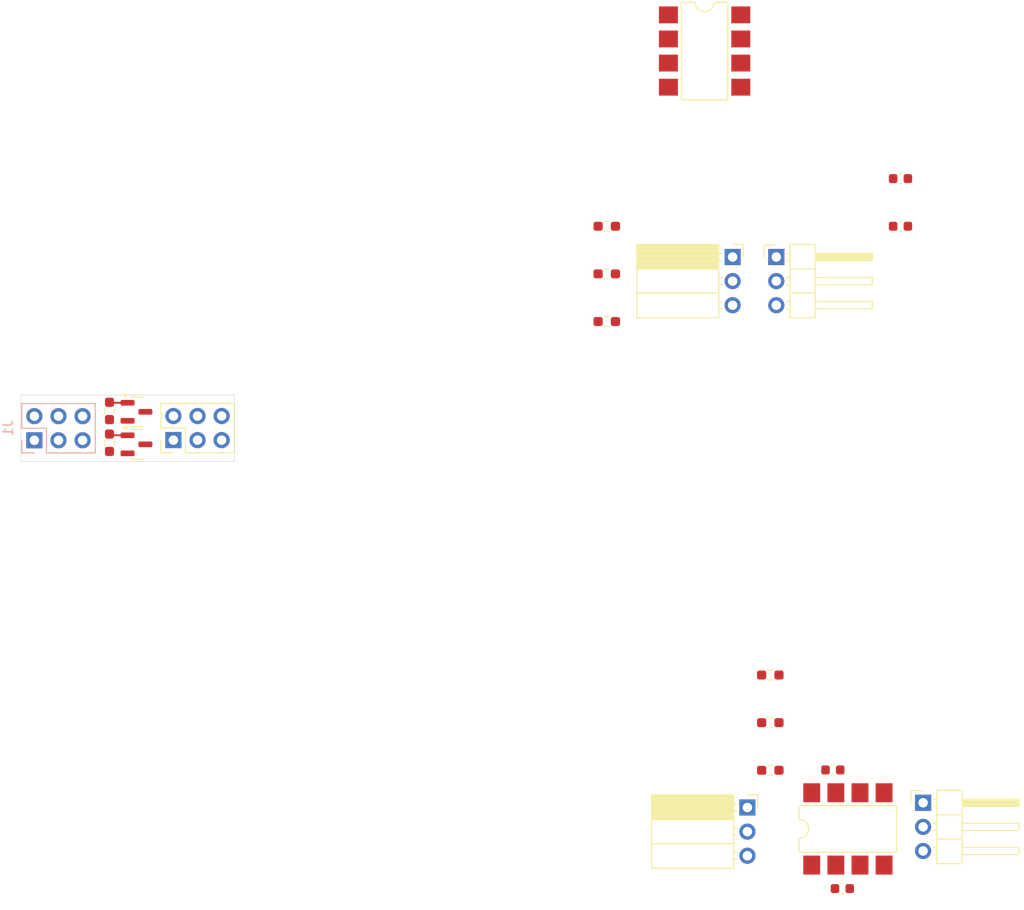
<source format=kicad_pcb>
(kicad_pcb (version 20240108) (generator "pcbnew") (generator_version "8.0")
  (layers (0 "F.Cu" signal) (31 "B.Cu" signal) (34 "B.Paste" user) (35 "F.Paste" user) (36 "B.SilkS" user "B.Silkscreen") (37 "F.SilkS" user "F.Silkscreen") (38 "B.Mask" user) (39 "F.Mask" user) (44 "Edge.Cuts" user))
  (net 0 "")
  (net 1 "GND")
  (net 2 "+5V")
  (net 3 "Net-(J1-Pin_2)")
  (net 4 "Net-(J1-Pin_1)")
  (net 5 "Net-(J2-Pin_1)")
  (net 6 "Net-(J2-Pin_2)")
  (net 7 "Net-(J3-Pin_1)")
  (net 8 "Net-(J4-Pin_1)")
  (net 9 "Net-(J5-Pin_3)")
  (net 10 "Net-(J6-Pin_3)")
  (net 11 "Net-(Q1-B)")
  (net 12 "Net-(Q2-B)")
  (net 13 "Net-(U1-EN)")
  (net 14 "Net-(U2-EN)")
  (footprint "custom_kicad_lib_sk:R_0603_smalltext" (layer "F.Cu") (at 36.83 95.5275 90)
    (property "Reference" "R1" (hide yes))
    (property "Value" "1k5")
    (fp_line (start -0.254724 -0.5225) (end 0.254724 -0.5225) (stroke (width 0.12)) (layer "F.SilkS"))
    (fp_line (start -0.254724 0.5225) (end 0.254724 0.5225) (stroke (width 0.12)) (layer "F.SilkS"))
    (pad "1" smd roundrect (at -0.9125 0 90) (size 0.975 0.95) (layers "F.Cu" "F.Paste" "F.Mask") (net 4 "Net-(J1-Pin_1)"))
    (pad "2" smd roundrect (at 0.9125 0 90) (size 0.975 0.95) (layers "F.Cu" "F.Paste" "F.Mask") (net 11 "Net-(Q1-B)"))
  )
  (footprint "Connector_PinSocket_2.54mm:PinSocket_1x03_P2.54mm_Horizontal" (layer "F.Cu") (at 102.4425 75.96)
    (property "Reference" "J4" (hide yes))
    (property "Value" "Conn_01x03_Pin")
    (fp_line (start -10.09 -1.33) (end -10.09 6.41) (stroke (width 0.12)) (layer "F.SilkS"))
    (fp_line (start -10.09 -1.33) (end -1.46 -1.33) (stroke (width 0.12)) (layer "F.SilkS"))
    (fp_line (start -10.09 -1.21) (end -1.46 -1.21) (stroke (width 0.12)) (layer "F.SilkS"))
    (fp_line (start -10.09 -1.091905) (end -1.46 -1.091905) (stroke (width 0.12)) (layer "F.SilkS"))
    (fp_line (start -10.09 -0.97381) (end -1.46 -0.97381) (stroke (width 0.12)) (layer "F.SilkS"))
    (fp_line (start -10.09 -0.855715) (end -1.46 -0.855715) (stroke (width 0.12)) (layer "F.SilkS"))
    (fp_line (start -10.09 -0.73762) (end -1.46 -0.73762) (stroke (width 0.12)) (layer "F.SilkS"))
    (fp_line (start -10.09 -0.619525) (end -1.46 -0.619525) (stroke (width 0.12)) (layer "F.SilkS"))
    (fp_line (start -10.09 -0.50143) (end -1.46 -0.50143) (stroke (width 0.12)) (layer "F.SilkS"))
    (fp_line (start -10.09 -0.383335) (end -1.46 -0.383335) (stroke (width 0.12)) (layer "F.SilkS"))
    (fp_line (start -10.09 -0.26524) (end -1.46 -0.26524) (stroke (width 0.12)) (layer "F.SilkS"))
    (fp_line (start -10.09 -0.147145) (end -1.46 -0.147145) (stroke (width 0.12)) (layer "F.SilkS"))
    (fp_line (start -10.09 -0.02905) (end -1.46 -0.02905) (stroke (width 0.12)) (layer "F.SilkS"))
    (fp_line (start -10.09 0.089045) (end -1.46 0.089045) (stroke (width 0.12)) (layer "F.SilkS"))
    (fp_line (start -10.09 0.20714) (end -1.46 0.20714) (stroke (width 0.12)) (layer "F.SilkS"))
    (fp_line (start -10.09 0.325235) (end -1.46 0.325235) (stroke (width 0.12)) (layer "F.SilkS"))
    (fp_line (start -10.09 0.44333) (end -1.46 0.44333) (stroke (width 0.12)) (layer "F.SilkS"))
    (fp_line (start -10.09 0.561425) (end -1.46 0.561425) (stroke (width 0.12)) (layer "F.SilkS"))
    (fp_line (start -10.09 0.67952) (end -1.46 0.67952) (stroke (width 0.12)) (layer "F.SilkS"))
    (fp_line (start -10.09 0.797615) (end -1.46 0.797615) (stroke (width 0.12)) (layer "F.SilkS"))
    (fp_line (start -10.09 0.91571) (end -1.46 0.91571) (stroke (width 0.12)) (layer "F.SilkS"))
    (fp_line (start -10.09 1.033805) (end -1.46 1.033805) (stroke (width 0.12)) (layer "F.SilkS"))
    (fp_line (start -10.09 1.1519) (end -1.46 1.1519) (stroke (width 0.12)) (layer "F.SilkS"))
    (fp_line (start -10.09 1.27) (end -1.46 1.27) (stroke (width 0.12)) (layer "F.SilkS"))
    (fp_line (start -10.09 3.81) (end -1.46 3.81) (stroke (width 0.12)) (layer "F.SilkS"))
    (fp_line (start -10.09 6.41) (end -1.46 6.41) (stroke (width 0.12)) (layer "F.SilkS"))
    (fp_line (start -1.46 -1.33) (end -1.46 6.41) (stroke (width 0.12)) (layer "F.SilkS"))
    (fp_line (start -1.46 -0.36) (end -1.11 -0.36) (stroke (width 0.12)) (layer "F.SilkS"))
    (fp_line (start -1.46 0.36) (end -1.11 0.36) (stroke (width 0.12)) (layer "F.SilkS"))
    (fp_line (start -1.46 2.18) (end -1.05 2.18) (stroke (width 0.12)) (layer "F.SilkS"))
    (fp_line (start -1.46 2.9) (end -1.05 2.9) (stroke (width 0.12)) (layer "F.SilkS"))
    (fp_line (start -1.46 4.72) (end -1.05 4.72) (stroke (width 0.12)) (layer "F.SilkS"))
    (fp_line (start -1.46 5.44) (end -1.05 5.44) (stroke (width 0.12)) (layer "F.SilkS"))
    (fp_line (start 0 -1.33) (end 1.11 -1.33) (stroke (width 0.12)) (layer "F.SilkS"))
    (fp_line (start 1.11 -1.33) (end 1.11 0) (stroke (width 0.12)) (layer "F.SilkS"))
    (pad "1" thru_hole rect (at 0 0) (size 1.7 1.7) (drill 1) (layers "*.Cu" "*.Mask") (net 8 "Net-(J4-Pin_1)"))
    (pad "2" thru_hole oval (at 0 2.54) (size 1.7 1.7) (drill 1) (layers "*.Cu" "*.Mask") (net 2 "+5V"))
    (pad "3" thru_hole oval (at 0 5.08) (size 1.7 1.7) (drill 1) (layers "*.Cu" "*.Mask") (net 1 "GND"))
  )
  (footprint "Capacitor_SMD:C_0603_1608Metric" (layer "F.Cu") (at 120.1225 72.72)
    (property "Reference" "C4" (hide yes))
    (property "Value" "100nF")
    (fp_line (start -0.14058 -0.51) (end 0.14058 -0.51) (stroke (width 0.12)) (layer "F.SilkS"))
    (fp_line (start -0.14058 0.51) (end 0.14058 0.51) (stroke (width 0.12)) (layer "F.SilkS"))
    (pad "1" smd roundrect (at -0.775 0) (size 0.9 0.95) (layers "F.Cu" "F.Paste" "F.Mask") (net 2 "+5V"))
    (pad "2" smd roundrect (at 0.775 0) (size 0.9 0.95) (layers "F.Cu" "F.Paste" "F.Mask") (net 1 "GND"))
  )
  (footprint "Capacitor_SMD:C_0603_1608Metric" (layer "F.Cu") (at 113 130)
    (property "Reference" "C1" (hide yes))
    (property "Value" "100nF")
    (fp_line (start -0.14058 -0.51) (end 0.14058 -0.51) (stroke (width 0.12)) (layer "F.SilkS"))
    (fp_line (start -0.14058 0.51) (end 0.14058 0.51) (stroke (width 0.12)) (layer "F.SilkS"))
    (pad "1" smd roundrect (at -0.775 0) (size 0.9 0.95) (layers "F.Cu" "F.Paste" "F.Mask") (net 2 "+5V"))
    (pad "2" smd roundrect (at 0.775 0) (size 0.9 0.95) (layers "F.Cu" "F.Paste" "F.Mask") (net 1 "GND"))
  )
  (footprint "custom_kicad_lib_sk:R_0603_smalltext" (layer "F.Cu") (at 36.83 92.1785 90)
    (property "Reference" "R2" (hide yes))
    (property "Value" "1k5")
    (fp_line (start -0.254724 -0.5225) (end 0.254724 -0.5225) (stroke (width 0.12)) (layer "F.SilkS"))
    (fp_line (start -0.254724 0.5225) (end 0.254724 0.5225) (stroke (width 0.12)) (layer "F.SilkS"))
    (pad "1" smd roundrect (at -0.9125 0 90) (size 0.975 0.95) (layers "F.Cu" "F.Paste" "F.Mask") (net 3 "Net-(J1-Pin_2)"))
    (pad "2" smd roundrect (at 0.9125 0 90) (size 0.975 0.95) (layers "F.Cu" "F.Paste" "F.Mask") (net 12 "Net-(Q2-B)"))
  )
  (footprint "custom_kicad_lib_sk:R_0603_smalltext" (layer "F.Cu") (at 106.4125 125.02)
    (property "Reference" "R5" (hide yes))
    (property "Value" "10k")
    (fp_line (start -0.254724 -0.5225) (end 0.254724 -0.5225) (stroke (width 0.12)) (layer "F.SilkS"))
    (fp_line (start -0.254724 0.5225) (end 0.254724 0.5225) (stroke (width 0.12)) (layer "F.SilkS"))
    (pad "1" smd roundrect (at -0.9125 0) (size 0.975 0.95) (layers "F.Cu" "F.Paste" "F.Mask") (net 2 "+5V"))
    (pad "2" smd roundrect (at 0.9125 0) (size 0.975 0.95) (layers "F.Cu" "F.Paste" "F.Mask") (net 13 "Net-(U1-EN)"))
  )
  (footprint "Capacitor_SMD:C_0603_1608Metric" (layer "F.Cu") (at 120.1225 67.7)
    (property "Reference" "C2" (hide yes))
    (property "Value" "100nF")
    (fp_line (start -0.14058 -0.51) (end 0.14058 -0.51) (stroke (width 0.12)) (layer "F.SilkS"))
    (fp_line (start -0.14058 0.51) (end 0.14058 0.51) (stroke (width 0.12)) (layer "F.SilkS"))
    (pad "1" smd roundrect (at -0.775 0) (size 0.9 0.95) (layers "F.Cu" "F.Paste" "F.Mask") (net 2 "+5V"))
    (pad "2" smd roundrect (at 0.775 0) (size 0.9 0.95) (layers "F.Cu" "F.Paste" "F.Mask") (net 1 "GND"))
  )
  (footprint "Connector_PinHeader_2.54mm:PinHeader_1x03_P2.54mm_Horizontal" (layer "F.Cu") (at 107.0425 75.96)
    (property "Reference" "J6" (hide yes))
    (property "Value" "Conn_01x03_Pin")
    (fp_line (start -1.27 -1.27) (end 0 -1.27) (stroke (width 0.12)) (layer "F.SilkS"))
    (fp_line (start -1.27 0) (end -1.27 -1.27) (stroke (width 0.12)) (layer "F.SilkS"))
    (fp_line (start 1.042929 2.16) (end 1.44 2.16) (stroke (width 0.12)) (layer "F.SilkS"))
    (fp_line (start 1.042929 2.92) (end 1.44 2.92) (stroke (width 0.12)) (layer "F.SilkS"))
    (fp_line (start 1.042929 4.7) (end 1.44 4.7) (stroke (width 0.12)) (layer "F.SilkS"))
    (fp_line (start 1.042929 5.46) (end 1.44 5.46) (stroke (width 0.12)) (layer "F.SilkS"))
    (fp_line (start 1.11 -0.38) (end 1.44 -0.38) (stroke (width 0.12)) (layer "F.SilkS"))
    (fp_line (start 1.11 0.38) (end 1.44 0.38) (stroke (width 0.12)) (layer "F.SilkS"))
    (fp_line (start 1.44 -1.33) (end 1.44 6.41) (stroke (width 0.12)) (layer "F.SilkS"))
    (fp_line (start 1.44 1.27) (end 4.1 1.27) (stroke (width 0.12)) (layer "F.SilkS"))
    (fp_line (start 1.44 3.81) (end 4.1 3.81) (stroke (width 0.12)) (layer "F.SilkS"))
    (fp_line (start 1.44 6.41) (end 4.1 6.41) (stroke (width 0.12)) (layer "F.SilkS"))
    (fp_line (start 4.1 -1.33) (end 1.44 -1.33) (stroke (width 0.12)) (layer "F.SilkS"))
    (fp_line (start 4.1 -0.38) (end 10.1 -0.38) (stroke (width 0.12)) (layer "F.SilkS"))
    (fp_line (start 4.1 -0.32) (end 10.1 -0.32) (stroke (width 0.12)) (layer "F.SilkS"))
    (fp_line (start 4.1 -0.2) (end 10.1 -0.2) (stroke (width 0.12)) (layer "F.SilkS"))
    (fp_line (start 4.1 -0.08) (end 10.1 -0.08) (stroke (width 0.12)) (layer "F.SilkS"))
    (fp_line (start 4.1 0.04) (end 10.1 0.04) (stroke (width 0.12)) (layer "F.SilkS"))
    (fp_line (start 4.1 0.16) (end 10.1 0.16) (stroke (width 0.12)) (layer "F.SilkS"))
    (fp_line (start 4.1 0.28) (end 10.1 0.28) (stroke (width 0.12)) (layer "F.SilkS"))
    (fp_line (start 4.1 2.16) (end 10.1 2.16) (stroke (width 0.12)) (layer "F.SilkS"))
    (fp_line (start 4.1 4.7) (end 10.1 4.7) (stroke (width 0.12)) (layer "F.SilkS"))
    (fp_line (start 4.1 6.41) (end 4.1 -1.33) (stroke (width 0.12)) (layer "F.SilkS"))
    (fp_line (start 10.1 -0.38) (end 10.1 0.38) (stroke (width 0.12)) (layer "F.SilkS"))
    (fp_line (start 10.1 0.38) (end 4.1 0.38) (stroke (width 0.12)) (layer "F.SilkS"))
    (fp_line (start 10.1 2.16) (end 10.1 2.92) (stroke (width 0.12)) (layer "F.SilkS"))
    (fp_line (start 10.1 2.92) (end 4.1 2.92) (stroke (width 0.12)) (layer "F.SilkS"))
    (fp_line (start 10.1 4.7) (end 10.1 5.46) (stroke (width 0.12)) (layer "F.SilkS"))
    (fp_line (start 10.1 5.46) (end 4.1 5.46) (stroke (width 0.12)) (layer "F.SilkS"))
    (pad "1" thru_hole rect (at 0 0) (size 1.7 1.7) (drill 1) (layers "*.Cu" "*.Mask") (net 1 "GND"))
    (pad "2" thru_hole oval (at 0 2.54) (size 1.7 1.7) (drill 1) (layers "*.Cu" "*.Mask") (net 2 "+5V"))
    (pad "3" thru_hole oval (at 0 5.08) (size 1.7 1.7) (drill 1) (layers "*.Cu" "*.Mask") (net 10 "Net-(J6-Pin_3)"))
  )
  (footprint "Connector_PinSocket_2.54mm:PinSocket_1x03_P2.54mm_Horizontal" (layer "F.Cu") (at 104 133.96)
    (property "Reference" "J3" (hide yes))
    (property "Value" "Conn_01x03_Pin")
    (fp_line (start -10.09 -1.33) (end -10.09 6.41) (stroke (width 0.12)) (layer "F.SilkS"))
    (fp_line (start -10.09 -1.33) (end -1.46 -1.33) (stroke (width 0.12)) (layer "F.SilkS"))
    (fp_line (start -10.09 -1.21) (end -1.46 -1.21) (stroke (width 0.12)) (layer "F.SilkS"))
    (fp_line (start -10.09 -1.091905) (end -1.46 -1.091905) (stroke (width 0.12)) (layer "F.SilkS"))
    (fp_line (start -10.09 -0.97381) (end -1.46 -0.97381) (stroke (width 0.12)) (layer "F.SilkS"))
    (fp_line (start -10.09 -0.855715) (end -1.46 -0.855715) (stroke (width 0.12)) (layer "F.SilkS"))
    (fp_line (start -10.09 -0.73762) (end -1.46 -0.73762) (stroke (width 0.12)) (layer "F.SilkS"))
    (fp_line (start -10.09 -0.619525) (end -1.46 -0.619525) (stroke (width 0.12)) (layer "F.SilkS"))
    (fp_line (start -10.09 -0.50143) (end -1.46 -0.50143) (stroke (width 0.12)) (layer "F.SilkS"))
    (fp_line (start -10.09 -0.383335) (end -1.46 -0.383335) (stroke (width 0.12)) (layer "F.SilkS"))
    (fp_line (start -10.09 -0.26524) (end -1.46 -0.26524) (stroke (width 0.12)) (layer "F.SilkS"))
    (fp_line (start -10.09 -0.147145) (end -1.46 -0.147145) (stroke (width 0.12)) (layer "F.SilkS"))
    (fp_line (start -10.09 -0.02905) (end -1.46 -0.02905) (stroke (width 0.12)) (layer "F.SilkS"))
    (fp_line (start -10.09 0.089045) (end -1.46 0.089045) (stroke (width 0.12)) (layer "F.SilkS"))
    (fp_line (start -10.09 0.20714) (end -1.46 0.20714) (stroke (width 0.12)) (layer "F.SilkS"))
    (fp_line (start -10.09 0.325235) (end -1.46 0.325235) (stroke (width 0.12)) (layer "F.SilkS"))
    (fp_line (start -10.09 0.44333) (end -1.46 0.44333) (stroke (width 0.12)) (layer "F.SilkS"))
    (fp_line (start -10.09 0.561425) (end -1.46 0.561425) (stroke (width 0.12)) (layer "F.SilkS"))
    (fp_line (start -10.09 0.67952) (end -1.46 0.67952) (stroke (width 0.12)) (layer "F.SilkS"))
    (fp_line (start -10.09 0.797615) (end -1.46 0.797615) (stroke (width 0.12)) (layer "F.SilkS"))
    (fp_line (start -10.09 0.91571) (end -1.46 0.91571) (stroke (width 0.12)) (layer "F.SilkS"))
    (fp_line (start -10.09 1.033805) (end -1.46 1.033805) (stroke (width 0.12)) (layer "F.SilkS"))
    (fp_line (start -10.09 1.1519) (end -1.46 1.1519) (stroke (width 0.12)) (layer "F.SilkS"))
    (fp_line (start -10.09 1.27) (end -1.46 1.27) (stroke (width 0.12)) (layer "F.SilkS"))
    (fp_line (start -10.09 3.81) (end -1.46 3.81) (stroke (width 0.12)) (layer "F.SilkS"))
    (fp_line (start -10.09 6.41) (end -1.46 6.41) (stroke (width 0.12)) (layer "F.SilkS"))
    (fp_line (start -1.46 -1.33) (end -1.46 6.41) (stroke (width 0.12)) (layer "F.SilkS"))
    (fp_line (start -1.46 -0.36) (end -1.11 -0.36) (stroke (width 0.12)) (layer "F.SilkS"))
    (fp_line (start -1.46 0.36) (end -1.11 0.36) (stroke (width 0.12)) (layer "F.SilkS"))
    (fp_line (start -1.46 2.18) (end -1.05 2.18) (stroke (width 0.12)) (layer "F.SilkS"))
    (fp_line (start -1.46 2.9) (end -1.05 2.9) (stroke (width 0.12)) (layer "F.SilkS"))
    (fp_line (start -1.46 4.72) (end -1.05 4.72) (stroke (width 0.12)) (layer "F.SilkS"))
    (fp_line (start -1.46 5.44) (end -1.05 5.44) (stroke (width 0.12)) (layer "F.SilkS"))
    (fp_line (start 0 -1.33) (end 1.11 -1.33) (stroke (width 0.12)) (layer "F.SilkS"))
    (fp_line (start 1.11 -1.33) (end 1.11 0) (stroke (width 0.12)) (layer "F.SilkS"))
    (pad "1" thru_hole rect (at 0 0) (size 1.7 1.7) (drill 1) (layers "*.Cu" "*.Mask") (net 7 "Net-(J3-Pin_1)"))
    (pad "2" thru_hole oval (at 0 2.54) (size 1.7 1.7) (drill 1) (layers "*.Cu" "*.Mask") (net 2 "+5V"))
    (pad "3" thru_hole oval (at 0 5.08) (size 1.7 1.7) (drill 1) (layers "*.Cu" "*.Mask") (net 1 "GND"))
  )
  (footprint "Package_DIP:SMDIP-8_W7.62mm" (layer "F.Cu") (at 114.5825 136.215 90)
    (property "Reference" "U1" (hide yes))
    (property "Value" "6N137")
    (fp_line (start 2.45 -5.14) (end 1 -5.14) (stroke (width 0.12)) (layer "F.SilkS"))
    (fp_line (start -1 -5.14) (end -2.45 -5.14) (stroke (width 0.12)) (layer "F.SilkS"))
    (fp_line (start -2.45 -5.14) (end -2.45 5.14) (stroke (width 0.12)) (layer "F.SilkS"))
    (fp_line (start 2.45 5.14) (end 2.45 -5.14) (stroke (width 0.12)) (layer "F.SilkS"))
    (fp_line (start -2.45 5.14) (end 2.45 5.14) (stroke (width 0.12)) (layer "F.SilkS"))
    (fp_arc (start 1 -5.14) (mid 0 -4.14) (end -1 -5.14) (stroke (width 0.12)) (layer "F.SilkS"))
    (pad "1" smd rect (at -3.81 -3.81 90) (size 2 1.78) (layers "F.Cu" "F.Paste" "F.Mask"))
    (pad "2" smd rect (at -3.81 -1.27 90) (size 2 1.78) (layers "F.Cu" "F.Paste" "F.Mask") (net 7 "Net-(J3-Pin_1)"))
    (pad "3" smd rect (at -3.81 1.27 90) (size 2 1.78) (layers "F.Cu" "F.Paste" "F.Mask") (net 1 "GND"))
    (pad "4" smd rect (at -3.81 3.81 90) (size 2 1.78) (layers "F.Cu" "F.Paste" "F.Mask"))
    (pad "5" smd rect (at 3.81 3.81 90) (size 2 1.78) (layers "F.Cu" "F.Paste" "F.Mask") (net 1 "GND"))
    (pad "6" smd rect (at 3.81 1.27 90) (size 2 1.78) (layers "F.Cu" "F.Paste" "F.Mask") (net 9 "Net-(J5-Pin_3)"))
    (pad "7" smd rect (at 3.81 -1.27 90) (size 2 1.78) (layers "F.Cu" "F.Paste" "F.Mask") (net 13 "Net-(U1-EN)"))
    (pad "8" smd rect (at 3.81 -3.81 90) (size 2 1.78) (layers "F.Cu" "F.Paste" "F.Mask") (net 2 "+5V"))
  )
  (footprint "Package_TO_SOT_SMD:SOT-23" (layer "F.Cu") (at 39.6725 95.697)
    (property "Reference" "Q1" (hide yes))
    (property "Value" "NPN_TOR")
    (fp_line (start 0 -1.56) (end -0.65 -1.56) (stroke (width 0.12)) (layer "F.SilkS"))
    (fp_line (start 0 -1.56) (end 0.65 -1.56) (stroke (width 0.12)) (layer "F.SilkS"))
    (fp_line (start 0 1.56) (end -0.65 1.56) (stroke (width 0.12)) (layer "F.SilkS"))
    (fp_line (start 0 1.56) (end 0.65 1.56) (stroke (width 0.12)) (layer "F.SilkS"))
    (fp_poly (pts (xy -1.1625 -1.51) (xy -1.4025 -1.84) (xy -0.9225 -1.84) (xy -1.1625 -1.51)) (stroke (width 0.12)) (fill solid) (layer "F.SilkS"))
    (pad "1" smd roundrect (at -0.9375 -0.95) (size 1.475 0.6) (layers "F.Cu" "F.Paste" "F.Mask") (net 11 "Net-(Q1-B)"))
    (pad "2" smd roundrect (at -0.9375 0.95) (size 1.475 0.6) (layers "F.Cu" "F.Paste" "F.Mask") (net 1 "GND"))
    (pad "3" smd roundrect (at 0.9375 0) (size 1.475 0.6) (layers "F.Cu" "F.Paste" "F.Mask") (net 5 "Net-(J2-Pin_1)"))
  )
  (footprint "custom_kicad_lib_sk:R_0603_smalltext" (layer "F.Cu") (at 106.4125 130.04)
    (property "Reference" "R7" (hide yes))
    (property "Value" "1k5")
    (fp_line (start -0.254724 -0.5225) (end 0.254724 -0.5225) (stroke (width 0.12)) (layer "F.SilkS"))
    (fp_line (start -0.254724 0.5225) (end 0.254724 0.5225) (stroke (width 0.12)) (layer "F.SilkS"))
    (pad "1" smd roundrect (at -0.9125 0) (size 0.975 0.95) (layers "F.Cu" "F.Paste" "F.Mask") (net 2 "+5V"))
    (pad "2" smd roundrect (at 0.9125 0) (size 0.975 0.95) (layers "F.Cu" "F.Paste" "F.Mask") (net 9 "Net-(J5-Pin_3)"))
  )
  (footprint "Connector_PinHeader_2.54mm:PinHeader_2x03_P2.54mm_Vertical" (layer "F.Cu") (at 43.561 95.255 90)
    (property "Reference" "J2" (hide yes))
    (property "Value" "Conn_02x03_Odd_Even")
    (fp_line (start 3.87 -1.33) (end 3.87 6.41) (stroke (width 0.12)) (layer "F.SilkS"))
    (fp_line (start 1.27 -1.33) (end 3.87 -1.33) (stroke (width 0.12)) (layer "F.SilkS"))
    (fp_line (start -1.33 -1.33) (end 0 -1.33) (stroke (width 0.12)) (layer "F.SilkS"))
    (fp_line (start -1.33 0) (end -1.33 -1.33) (stroke (width 0.12)) (layer "F.SilkS"))
    (fp_line (start 1.27 1.27) (end 1.27 -1.33) (stroke (width 0.12)) (layer "F.SilkS"))
    (fp_line (start -1.33 1.27) (end 1.27 1.27) (stroke (width 0.12)) (layer "F.SilkS"))
    (fp_line (start -1.33 1.27) (end -1.33 6.41) (stroke (width 0.12)) (layer "F.SilkS"))
    (fp_line (start -1.33 6.41) (end 3.87 6.41) (stroke (width 0.12)) (layer "F.SilkS"))
    (pad "1" thru_hole rect (at 0 0 90) (size 1.7 1.7) (drill 1) (layers "*.Cu" "*.Mask") (net 5 "Net-(J2-Pin_1)"))
    (pad "2" thru_hole oval (at 2.54 0 90) (size 1.7 1.7) (drill 1) (layers "*.Cu" "*.Mask") (net 6 "Net-(J2-Pin_2)"))
    (pad "3" thru_hole oval (at 0 2.54 90) (size 1.7 1.7) (drill 1) (layers "*.Cu" "*.Mask") (net 2 "+5V"))
    (pad "4" thru_hole oval (at 2.54 2.54 90) (size 1.7 1.7) (drill 1) (layers "*.Cu" "*.Mask") (net 2 "+5V"))
    (pad "5" thru_hole oval (at 0 5.08 90) (size 1.7 1.7) (drill 1) (layers "*.Cu" "*.Mask") (net 1 "GND"))
    (pad "6" thru_hole oval (at 2.54 5.08 90) (size 1.7 1.7) (drill 1) (layers "*.Cu" "*.Mask") (net 1 "GND"))
  )
  (footprint "Capacitor_SMD:C_0603_1608Metric" (layer "F.Cu") (at 114 142.5)
    (property "Reference" "C3" (hide yes))
    (property "Value" "100nF")
    (fp_line (start -0.14058 -0.51) (end 0.14058 -0.51) (stroke (width 0.12)) (layer "F.SilkS"))
    (fp_line (start -0.14058 0.51) (end 0.14058 0.51) (stroke (width 0.12)) (layer "F.SilkS"))
    (pad "1" smd roundrect (at -0.775 0) (size 0.9 0.95) (layers "F.Cu" "F.Paste" "F.Mask") (net 2 "+5V"))
    (pad "2" smd roundrect (at 0.775 0) (size 0.9 0.95) (layers "F.Cu" "F.Paste" "F.Mask") (net 1 "GND"))
  )
  (footprint "custom_kicad_lib_sk:R_0603_smalltext" (layer "F.Cu") (at 89.1925 72.72)
    (property "Reference" "R4" (hide yes))
    (property "Value" "470R")
    (fp_line (start -0.254724 -0.5225) (end 0.254724 -0.5225) (stroke (width 0.12)) (layer "F.SilkS"))
    (fp_line (start -0.254724 0.5225) (end 0.254724 0.5225) (stroke (width 0.12)) (layer "F.SilkS"))
    (pad "1" smd roundrect (at -0.9125 0) (size 0.975 0.95) (layers "F.Cu" "F.Paste" "F.Mask") (net 8 "Net-(J4-Pin_1)"))
    (pad "2" smd roundrect (at 0.9125 0) (size 0.975 0.95) (layers "F.Cu" "F.Paste" "F.Mask") (net 2 "+5V"))
  )
  (footprint "custom_kicad_lib_sk:R_0603_smalltext" (layer "F.Cu") (at 89.1925 77.74)
    (property "Reference" "R6" (hide yes))
    (property "Value" "10k")
    (fp_line (start -0.254724 -0.5225) (end 0.254724 -0.5225) (stroke (width 0.12)) (layer "F.SilkS"))
    (fp_line (start -0.254724 0.5225) (end 0.254724 0.5225) (stroke (width 0.12)) (layer "F.SilkS"))
    (pad "1" smd roundrect (at -0.9125 0) (size 0.975 0.95) (layers "F.Cu" "F.Paste" "F.Mask") (net 2 "+5V"))
    (pad "2" smd roundrect (at 0.9125 0) (size 0.975 0.95) (layers "F.Cu" "F.Paste" "F.Mask") (net 14 "Net-(U2-EN)"))
  )
  (footprint "Package_DIP:SMDIP-8_W7.62mm" (layer "F.Cu") (at 99.4925 54.26)
    (property "Reference" "U2" (hide yes))
    (property "Value" "6N137")
    (fp_line (start -2.45 -5.14) (end -2.45 5.14) (stroke (width 0.12)) (layer "F.SilkS"))
    (fp_line (start -2.45 5.14) (end 2.45 5.14) (stroke (width 0.12)) (layer "F.SilkS"))
    (fp_line (start -1 -5.14) (end -2.45 -5.14) (stroke (width 0.12)) (layer "F.SilkS"))
    (fp_line (start 2.45 -5.14) (end 1 -5.14) (stroke (width 0.12)) (layer "F.SilkS"))
    (fp_line (start 2.45 5.14) (end 2.45 -5.14) (stroke (width 0.12)) (layer "F.SilkS"))
    (fp_arc (start 1 -5.14) (mid 0 -4.14) (end -1 -5.14) (stroke (width 0.12)) (layer "F.SilkS"))
    (pad "1" smd rect (at -3.81 -3.81) (size 2 1.78) (layers "F.Cu" "F.Paste" "F.Mask"))
    (pad "2" smd rect (at -3.81 -1.27) (size 2 1.78) (layers "F.Cu" "F.Paste" "F.Mask") (net 8 "Net-(J4-Pin_1)"))
    (pad "3" smd rect (at -3.81 1.27) (size 2 1.78) (layers "F.Cu" "F.Paste" "F.Mask") (net 1 "GND"))
    (pad "4" smd rect (at -3.81 3.81) (size 2 1.78) (layers "F.Cu" "F.Paste" "F.Mask"))
    (pad "5" smd rect (at 3.81 3.81) (size 2 1.78) (layers "F.Cu" "F.Paste" "F.Mask") (net 1 "GND"))
    (pad "6" smd rect (at 3.81 1.27) (size 2 1.78) (layers "F.Cu" "F.Paste" "F.Mask") (net 10 "Net-(J6-Pin_3)"))
    (pad "7" smd rect (at 3.81 -1.27) (size 2 1.78) (layers "F.Cu" "F.Paste" "F.Mask") (net 14 "Net-(U2-EN)"))
    (pad "8" smd rect (at 3.81 -3.81) (size 2 1.78) (layers "F.Cu" "F.Paste" "F.Mask") (net 2 "+5V"))
  )
  (footprint "custom_kicad_lib_sk:R_0603_smalltext" (layer "F.Cu") (at 89.1925 82.76)
    (property "Reference" "R8" (hide yes))
    (property "Value" "1k5")
    (fp_line (start -0.254724 -0.5225) (end 0.254724 -0.5225) (stroke (width 0.12)) (layer "F.SilkS"))
    (fp_line (start -0.254724 0.5225) (end 0.254724 0.5225) (stroke (width 0.12)) (layer "F.SilkS"))
    (pad "1" smd roundrect (at -0.9125 0) (size 0.975 0.95) (layers "F.Cu" "F.Paste" "F.Mask") (net 2 "+5V"))
    (pad "2" smd roundrect (at 0.9125 0) (size 0.975 0.95) (layers "F.Cu" "F.Paste" "F.Mask") (net 10 "Net-(J6-Pin_3)"))
  )
  (footprint "Package_TO_SOT_SMD:SOT-23" (layer "F.Cu") (at 39.6725 92.268)
    (property "Reference" "Q2" (hide yes))
    (property "Value" "NPN_TOR")
    (fp_line (start 0 -1.56) (end -0.65 -1.56) (stroke (width 0.12)) (layer "F.SilkS"))
    (fp_line (start 0 -1.56) (end 0.65 -1.56) (stroke (width 0.12)) (layer "F.SilkS"))
    (fp_line (start 0 1.56) (end -0.65 1.56) (stroke (width 0.12)) (layer "F.SilkS"))
    (fp_line (start 0 1.56) (end 0.65 1.56) (stroke (width 0.12)) (layer "F.SilkS"))
    (fp_poly (pts (xy -1.1625 -1.51) (xy -1.4025 -1.84) (xy -0.9225 -1.84) (xy -1.1625 -1.51)) (stroke (width 0.12)) (fill solid) (layer "F.SilkS"))
    (pad "1" smd roundrect (at -0.9375 -0.95) (size 1.475 0.6) (layers "F.Cu" "F.Paste" "F.Mask") (net 12 "Net-(Q2-B)"))
    (pad "2" smd roundrect (at -0.9375 0.95) (size 1.475 0.6) (layers "F.Cu" "F.Paste" "F.Mask") (net 1 "GND"))
    (pad "3" smd roundrect (at 0.9375 0) (size 1.475 0.6) (layers "F.Cu" "F.Paste" "F.Mask") (net 6 "Net-(J2-Pin_2)"))
  )
  (footprint "Connector_PinHeader_2.54mm:PinHeader_1x03_P2.54mm_Horizontal" (layer "F.Cu") (at 122.5 133.46)
    (property "Reference" "J5" (hide yes))
    (property "Value" "Conn_01x03_Pin")
    (fp_line (start -1.27 -1.27) (end 0 -1.27) (stroke (width 0.12)) (layer "F.SilkS"))
    (fp_line (start -1.27 0) (end -1.27 -1.27) (stroke (width 0.12)) (layer "F.SilkS"))
    (fp_line (start 1.042929 2.16) (end 1.44 2.16) (stroke (width 0.12)) (layer "F.SilkS"))
    (fp_line (start 1.042929 2.92) (end 1.44 2.92) (stroke (width 0.12)) (layer "F.SilkS"))
    (fp_line (start 1.042929 4.7) (end 1.44 4.7) (stroke (width 0.12)) (layer "F.SilkS"))
    (fp_line (start 1.042929 5.46) (end 1.44 5.46) (stroke (width 0.12)) (layer "F.SilkS"))
    (fp_line (start 1.11 -0.38) (end 1.44 -0.38) (stroke (width 0.12)) (layer "F.SilkS"))
    (fp_line (start 1.11 0.38) (end 1.44 0.38) (stroke (width 0.12)) (layer "F.SilkS"))
    (fp_line (start 1.44 -1.33) (end 1.44 6.41) (stroke (width 0.12)) (layer "F.SilkS"))
    (fp_line (start 1.44 1.27) (end 4.1 1.27) (stroke (width 0.12)) (layer "F.SilkS"))
    (fp_line (start 1.44 3.81) (end 4.1 3.81) (stroke (width 0.12)) (layer "F.SilkS"))
    (fp_line (start 1.44 6.41) (end 4.1 6.41) (stroke (width 0.12)) (layer "F.SilkS"))
    (fp_line (start 4.1 -1.33) (end 1.44 -1.33) (stroke (width 0.12)) (layer "F.SilkS"))
    (fp_line (start 4.1 -0.38) (end 10.1 -0.38) (stroke (width 0.12)) (layer "F.SilkS"))
    (fp_line (start 4.1 -0.32) (end 10.1 -0.32) (stroke (width 0.12)) (layer "F.SilkS"))
    (fp_line (start 4.1 -0.2) (end 10.1 -0.2) (stroke (width 0.12)) (layer "F.SilkS"))
    (fp_line (start 4.1 -0.08) (end 10.1 -0.08) (stroke (width 0.12)) (layer "F.SilkS"))
    (fp_line (start 4.1 0.04) (end 10.1 0.04) (stroke (width 0.12)) (layer "F.SilkS"))
    (fp_line (start 4.1 0.16) (end 10.1 0.16) (stroke (width 0.12)) (layer "F.SilkS"))
    (fp_line (start 4.1 0.28) (end 10.1 0.28) (stroke (width 0.12)) (layer "F.SilkS"))
    (fp_line (start 4.1 2.16) (end 10.1 2.16) (stroke (width 0.12)) (layer "F.SilkS"))
    (fp_line (start 4.1 4.7) (end 10.1 4.7) (stroke (width 0.12)) (layer "F.SilkS"))
    (fp_line (start 4.1 6.41) (end 4.1 -1.33) (stroke (width 0.12)) (layer "F.SilkS"))
    (fp_line (start 10.1 -0.38) (end 10.1 0.38) (stroke (width 0.12)) (layer "F.SilkS"))
    (fp_line (start 10.1 0.38) (end 4.1 0.38) (stroke (width 0.12)) (layer "F.SilkS"))
    (fp_line (start 10.1 2.16) (end 10.1 2.92) (stroke (width 0.12)) (layer "F.SilkS"))
    (fp_line (start 10.1 2.92) (end 4.1 2.92) (stroke (width 0.12)) (layer "F.SilkS"))
    (fp_line (start 10.1 4.7) (end 10.1 5.46) (stroke (width 0.12)) (layer "F.SilkS"))
    (fp_line (start 10.1 5.46) (end 4.1 5.46) (stroke (width 0.12)) (layer "F.SilkS"))
    (pad "1" thru_hole rect (at 0 0) (size 1.7 1.7) (drill 1) (layers "*.Cu" "*.Mask") (net 1 "GND"))
    (pad "2" thru_hole oval (at 0 2.54) (size 1.7 1.7) (drill 1) (layers "*.Cu" "*.Mask") (net 2 "+5V"))
    (pad "3" thru_hole oval (at 0 5.08) (size 1.7 1.7) (drill 1) (layers "*.Cu" "*.Mask") (net 9 "Net-(J5-Pin_3)"))
  )
  (footprint "custom_kicad_lib_sk:R_0603_smalltext" (layer "F.Cu") (at 106.4125 120)
    (property "Reference" "R3" (hide yes))
    (property "Value" "470R")
    (fp_line (start -0.254724 -0.5225) (end 0.254724 -0.5225) (stroke (width 0.12)) (layer "F.SilkS"))
    (fp_line (start -0.254724 0.5225) (end 0.254724 0.5225) (stroke (width 0.12)) (layer "F.SilkS"))
    (pad "1" smd roundrect (at -0.9125 0) (size 0.975 0.95) (layers "F.Cu" "F.Paste" "F.Mask") (net 7 "Net-(J3-Pin_1)"))
    (pad "2" smd roundrect (at 0.9125 0) (size 0.975 0.95) (layers "F.Cu" "F.Paste" "F.Mask") (net 2 "+5V"))
  )
  (footprint "Connector_PinSocket_2.54mm:PinSocket_2x03_P2.54mm_Vertical" (layer "B.Cu") (at 28.92 95.27 -90)
    (property "Reference" "J1" (at -1.27 2.77 90) (layer "B.SilkS") (effects (justify mirror)))
    (property "Value" "Conn_02x03_Odd_Even")
    (fp_line (start -1.27 1.33) (end -3.87 1.33) (stroke (width 0.12)) (layer "B.SilkS"))
    (fp_line (start 1.33 1.33) (end 0 1.33) (stroke (width 0.12)) (layer "B.SilkS"))
    (fp_line (start 1.33 0) (end 1.33 1.33) (stroke (width 0.12)) (layer "B.SilkS"))
    (fp_line (start -1.27 -1.27) (end -1.27 1.33) (stroke (width 0.12)) (layer "B.SilkS"))
    (fp_line (start 1.33 -1.27) (end -1.27 -1.27) (stroke (width 0.12)) (layer "B.SilkS"))
    (fp_line (start -3.87 -6.41) (end -3.87 1.33) (stroke (width 0.12)) (layer "B.SilkS"))
    (fp_line (start 1.33 -6.41) (end 1.33 -1.27) (stroke (width 0.12)) (layer "B.SilkS"))
    (fp_line (start 1.33 -6.41) (end -3.87 -6.41) (stroke (width 0.12)) (layer "B.SilkS"))
    (pad "1" thru_hole rect (at 0 0 270) (size 1.7 1.7) (drill 1) (layers "*.Cu" "*.Mask") (net 4 "Net-(J1-Pin_1)"))
    (pad "2" thru_hole oval (at -2.54 0 270) (size 1.7 1.7) (drill 1) (layers "*.Cu" "*.Mask") (net 3 "Net-(J1-Pin_2)"))
    (pad "3" thru_hole oval (at 0 -2.54 270) (size 1.7 1.7) (drill 1) (layers "*.Cu" "*.Mask") (net 2 "+5V"))
    (pad "4" thru_hole oval (at -2.54 -2.54 270) (size 1.7 1.7) (drill 1) (layers "*.Cu" "*.Mask") (net 2 "+5V"))
    (pad "5" thru_hole oval (at 0 -5.08 270) (size 1.7 1.7) (drill 1) (layers "*.Cu" "*.Mask") (net 1 "GND"))
    (pad "6" thru_hole oval (at -2.54 -5.08 270) (size 1.7 1.7) (drill 1) (layers "*.Cu" "*.Mask") (net 1 "GND"))
  )
  (gr_rect (start 27.5 90.5) (end 50 97.5) (stroke (width 0.05)) (fill none) (layer "Edge.Cuts"))
  (segment (start 36.962 94.747) (end 36.83 94.615) (width 0.2) (layer "F.Cu") (net 11))
  (segment (start 38.735 94.747) (end 36.962 94.747) (width 0.2) (layer "F.Cu") (net 11))
  (segment (start 38.735 91.318) (end 36.882 91.318) (width 0.2) (layer "F.Cu") (net 12))
  (segment (start 36.882 91.318) (end 36.83 91.266) (width 0.2) (layer "F.Cu") (net 12))
)
</source>
